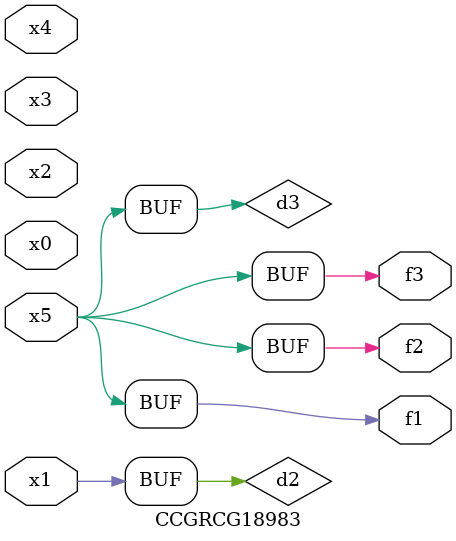
<source format=v>
module CCGRCG18983(
	input x0, x1, x2, x3, x4, x5,
	output f1, f2, f3
);

	wire d1, d2, d3;

	not (d1, x5);
	or (d2, x1);
	xnor (d3, d1);
	assign f1 = d3;
	assign f2 = d3;
	assign f3 = d3;
endmodule

</source>
